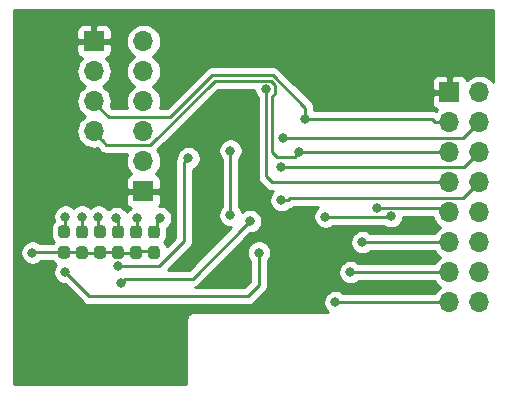
<source format=gbr>
G04 #@! TF.GenerationSoftware,KiCad,Pcbnew,(5.1.2)-2*
G04 #@! TF.CreationDate,2019-12-12T19:30:32+01:00*
G04 #@! TF.ProjectId,KernadouDomoPiloteDinCPU,4b65726e-6164-46f7-9544-6f6d6f50696c,rev?*
G04 #@! TF.SameCoordinates,Original*
G04 #@! TF.FileFunction,Copper,L2,Bot*
G04 #@! TF.FilePolarity,Positive*
%FSLAX46Y46*%
G04 Gerber Fmt 4.6, Leading zero omitted, Abs format (unit mm)*
G04 Created by KiCad (PCBNEW (5.1.2)-2) date 2019-12-12 19:30:32*
%MOMM*%
%LPD*%
G04 APERTURE LIST*
%ADD10C,0.100000*%
%ADD11C,0.950000*%
%ADD12O,1.700000X1.700000*%
%ADD13R,1.700000X1.700000*%
%ADD14C,0.800000*%
%ADD15C,0.250000*%
%ADD16C,0.254000*%
G04 APERTURE END LIST*
D10*
G36*
X95637779Y-87515144D02*
G01*
X95660834Y-87518563D01*
X95683443Y-87524227D01*
X95705387Y-87532079D01*
X95726457Y-87542044D01*
X95746448Y-87554026D01*
X95765168Y-87567910D01*
X95782438Y-87583562D01*
X95798090Y-87600832D01*
X95811974Y-87619552D01*
X95823956Y-87639543D01*
X95833921Y-87660613D01*
X95841773Y-87682557D01*
X95847437Y-87705166D01*
X95850856Y-87728221D01*
X95852000Y-87751500D01*
X95852000Y-88326500D01*
X95850856Y-88349779D01*
X95847437Y-88372834D01*
X95841773Y-88395443D01*
X95833921Y-88417387D01*
X95823956Y-88438457D01*
X95811974Y-88458448D01*
X95798090Y-88477168D01*
X95782438Y-88494438D01*
X95765168Y-88510090D01*
X95746448Y-88523974D01*
X95726457Y-88535956D01*
X95705387Y-88545921D01*
X95683443Y-88553773D01*
X95660834Y-88559437D01*
X95637779Y-88562856D01*
X95614500Y-88564000D01*
X95139500Y-88564000D01*
X95116221Y-88562856D01*
X95093166Y-88559437D01*
X95070557Y-88553773D01*
X95048613Y-88545921D01*
X95027543Y-88535956D01*
X95007552Y-88523974D01*
X94988832Y-88510090D01*
X94971562Y-88494438D01*
X94955910Y-88477168D01*
X94942026Y-88458448D01*
X94930044Y-88438457D01*
X94920079Y-88417387D01*
X94912227Y-88395443D01*
X94906563Y-88372834D01*
X94903144Y-88349779D01*
X94902000Y-88326500D01*
X94902000Y-87751500D01*
X94903144Y-87728221D01*
X94906563Y-87705166D01*
X94912227Y-87682557D01*
X94920079Y-87660613D01*
X94930044Y-87639543D01*
X94942026Y-87619552D01*
X94955910Y-87600832D01*
X94971562Y-87583562D01*
X94988832Y-87567910D01*
X95007552Y-87554026D01*
X95027543Y-87542044D01*
X95048613Y-87532079D01*
X95070557Y-87524227D01*
X95093166Y-87518563D01*
X95116221Y-87515144D01*
X95139500Y-87514000D01*
X95614500Y-87514000D01*
X95637779Y-87515144D01*
X95637779Y-87515144D01*
G37*
D11*
X95377000Y-88039000D03*
D10*
G36*
X95637779Y-89265144D02*
G01*
X95660834Y-89268563D01*
X95683443Y-89274227D01*
X95705387Y-89282079D01*
X95726457Y-89292044D01*
X95746448Y-89304026D01*
X95765168Y-89317910D01*
X95782438Y-89333562D01*
X95798090Y-89350832D01*
X95811974Y-89369552D01*
X95823956Y-89389543D01*
X95833921Y-89410613D01*
X95841773Y-89432557D01*
X95847437Y-89455166D01*
X95850856Y-89478221D01*
X95852000Y-89501500D01*
X95852000Y-90076500D01*
X95850856Y-90099779D01*
X95847437Y-90122834D01*
X95841773Y-90145443D01*
X95833921Y-90167387D01*
X95823956Y-90188457D01*
X95811974Y-90208448D01*
X95798090Y-90227168D01*
X95782438Y-90244438D01*
X95765168Y-90260090D01*
X95746448Y-90273974D01*
X95726457Y-90285956D01*
X95705387Y-90295921D01*
X95683443Y-90303773D01*
X95660834Y-90309437D01*
X95637779Y-90312856D01*
X95614500Y-90314000D01*
X95139500Y-90314000D01*
X95116221Y-90312856D01*
X95093166Y-90309437D01*
X95070557Y-90303773D01*
X95048613Y-90295921D01*
X95027543Y-90285956D01*
X95007552Y-90273974D01*
X94988832Y-90260090D01*
X94971562Y-90244438D01*
X94955910Y-90227168D01*
X94942026Y-90208448D01*
X94930044Y-90188457D01*
X94920079Y-90167387D01*
X94912227Y-90145443D01*
X94906563Y-90122834D01*
X94903144Y-90099779D01*
X94902000Y-90076500D01*
X94902000Y-89501500D01*
X94903144Y-89478221D01*
X94906563Y-89455166D01*
X94912227Y-89432557D01*
X94920079Y-89410613D01*
X94930044Y-89389543D01*
X94942026Y-89369552D01*
X94955910Y-89350832D01*
X94971562Y-89333562D01*
X94988832Y-89317910D01*
X95007552Y-89304026D01*
X95027543Y-89292044D01*
X95048613Y-89282079D01*
X95070557Y-89274227D01*
X95093166Y-89268563D01*
X95116221Y-89265144D01*
X95139500Y-89264000D01*
X95614500Y-89264000D01*
X95637779Y-89265144D01*
X95637779Y-89265144D01*
G37*
D11*
X95377000Y-89789000D03*
D10*
G36*
X94113779Y-87487144D02*
G01*
X94136834Y-87490563D01*
X94159443Y-87496227D01*
X94181387Y-87504079D01*
X94202457Y-87514044D01*
X94222448Y-87526026D01*
X94241168Y-87539910D01*
X94258438Y-87555562D01*
X94274090Y-87572832D01*
X94287974Y-87591552D01*
X94299956Y-87611543D01*
X94309921Y-87632613D01*
X94317773Y-87654557D01*
X94323437Y-87677166D01*
X94326856Y-87700221D01*
X94328000Y-87723500D01*
X94328000Y-88298500D01*
X94326856Y-88321779D01*
X94323437Y-88344834D01*
X94317773Y-88367443D01*
X94309921Y-88389387D01*
X94299956Y-88410457D01*
X94287974Y-88430448D01*
X94274090Y-88449168D01*
X94258438Y-88466438D01*
X94241168Y-88482090D01*
X94222448Y-88495974D01*
X94202457Y-88507956D01*
X94181387Y-88517921D01*
X94159443Y-88525773D01*
X94136834Y-88531437D01*
X94113779Y-88534856D01*
X94090500Y-88536000D01*
X93615500Y-88536000D01*
X93592221Y-88534856D01*
X93569166Y-88531437D01*
X93546557Y-88525773D01*
X93524613Y-88517921D01*
X93503543Y-88507956D01*
X93483552Y-88495974D01*
X93464832Y-88482090D01*
X93447562Y-88466438D01*
X93431910Y-88449168D01*
X93418026Y-88430448D01*
X93406044Y-88410457D01*
X93396079Y-88389387D01*
X93388227Y-88367443D01*
X93382563Y-88344834D01*
X93379144Y-88321779D01*
X93378000Y-88298500D01*
X93378000Y-87723500D01*
X93379144Y-87700221D01*
X93382563Y-87677166D01*
X93388227Y-87654557D01*
X93396079Y-87632613D01*
X93406044Y-87611543D01*
X93418026Y-87591552D01*
X93431910Y-87572832D01*
X93447562Y-87555562D01*
X93464832Y-87539910D01*
X93483552Y-87526026D01*
X93503543Y-87514044D01*
X93524613Y-87504079D01*
X93546557Y-87496227D01*
X93569166Y-87490563D01*
X93592221Y-87487144D01*
X93615500Y-87486000D01*
X94090500Y-87486000D01*
X94113779Y-87487144D01*
X94113779Y-87487144D01*
G37*
D11*
X93853000Y-88011000D03*
D10*
G36*
X94113779Y-89237144D02*
G01*
X94136834Y-89240563D01*
X94159443Y-89246227D01*
X94181387Y-89254079D01*
X94202457Y-89264044D01*
X94222448Y-89276026D01*
X94241168Y-89289910D01*
X94258438Y-89305562D01*
X94274090Y-89322832D01*
X94287974Y-89341552D01*
X94299956Y-89361543D01*
X94309921Y-89382613D01*
X94317773Y-89404557D01*
X94323437Y-89427166D01*
X94326856Y-89450221D01*
X94328000Y-89473500D01*
X94328000Y-90048500D01*
X94326856Y-90071779D01*
X94323437Y-90094834D01*
X94317773Y-90117443D01*
X94309921Y-90139387D01*
X94299956Y-90160457D01*
X94287974Y-90180448D01*
X94274090Y-90199168D01*
X94258438Y-90216438D01*
X94241168Y-90232090D01*
X94222448Y-90245974D01*
X94202457Y-90257956D01*
X94181387Y-90267921D01*
X94159443Y-90275773D01*
X94136834Y-90281437D01*
X94113779Y-90284856D01*
X94090500Y-90286000D01*
X93615500Y-90286000D01*
X93592221Y-90284856D01*
X93569166Y-90281437D01*
X93546557Y-90275773D01*
X93524613Y-90267921D01*
X93503543Y-90257956D01*
X93483552Y-90245974D01*
X93464832Y-90232090D01*
X93447562Y-90216438D01*
X93431910Y-90199168D01*
X93418026Y-90180448D01*
X93406044Y-90160457D01*
X93396079Y-90139387D01*
X93388227Y-90117443D01*
X93382563Y-90094834D01*
X93379144Y-90071779D01*
X93378000Y-90048500D01*
X93378000Y-89473500D01*
X93379144Y-89450221D01*
X93382563Y-89427166D01*
X93388227Y-89404557D01*
X93396079Y-89382613D01*
X93406044Y-89361543D01*
X93418026Y-89341552D01*
X93431910Y-89322832D01*
X93447562Y-89305562D01*
X93464832Y-89289910D01*
X93483552Y-89276026D01*
X93503543Y-89264044D01*
X93524613Y-89254079D01*
X93546557Y-89246227D01*
X93569166Y-89240563D01*
X93592221Y-89237144D01*
X93615500Y-89236000D01*
X94090500Y-89236000D01*
X94113779Y-89237144D01*
X94113779Y-89237144D01*
G37*
D11*
X93853000Y-89761000D03*
D10*
G36*
X101733779Y-87501144D02*
G01*
X101756834Y-87504563D01*
X101779443Y-87510227D01*
X101801387Y-87518079D01*
X101822457Y-87528044D01*
X101842448Y-87540026D01*
X101861168Y-87553910D01*
X101878438Y-87569562D01*
X101894090Y-87586832D01*
X101907974Y-87605552D01*
X101919956Y-87625543D01*
X101929921Y-87646613D01*
X101937773Y-87668557D01*
X101943437Y-87691166D01*
X101946856Y-87714221D01*
X101948000Y-87737500D01*
X101948000Y-88312500D01*
X101946856Y-88335779D01*
X101943437Y-88358834D01*
X101937773Y-88381443D01*
X101929921Y-88403387D01*
X101919956Y-88424457D01*
X101907974Y-88444448D01*
X101894090Y-88463168D01*
X101878438Y-88480438D01*
X101861168Y-88496090D01*
X101842448Y-88509974D01*
X101822457Y-88521956D01*
X101801387Y-88531921D01*
X101779443Y-88539773D01*
X101756834Y-88545437D01*
X101733779Y-88548856D01*
X101710500Y-88550000D01*
X101235500Y-88550000D01*
X101212221Y-88548856D01*
X101189166Y-88545437D01*
X101166557Y-88539773D01*
X101144613Y-88531921D01*
X101123543Y-88521956D01*
X101103552Y-88509974D01*
X101084832Y-88496090D01*
X101067562Y-88480438D01*
X101051910Y-88463168D01*
X101038026Y-88444448D01*
X101026044Y-88424457D01*
X101016079Y-88403387D01*
X101008227Y-88381443D01*
X101002563Y-88358834D01*
X100999144Y-88335779D01*
X100998000Y-88312500D01*
X100998000Y-87737500D01*
X100999144Y-87714221D01*
X101002563Y-87691166D01*
X101008227Y-87668557D01*
X101016079Y-87646613D01*
X101026044Y-87625543D01*
X101038026Y-87605552D01*
X101051910Y-87586832D01*
X101067562Y-87569562D01*
X101084832Y-87553910D01*
X101103552Y-87540026D01*
X101123543Y-87528044D01*
X101144613Y-87518079D01*
X101166557Y-87510227D01*
X101189166Y-87504563D01*
X101212221Y-87501144D01*
X101235500Y-87500000D01*
X101710500Y-87500000D01*
X101733779Y-87501144D01*
X101733779Y-87501144D01*
G37*
D11*
X101473000Y-88025000D03*
D10*
G36*
X101733779Y-89251144D02*
G01*
X101756834Y-89254563D01*
X101779443Y-89260227D01*
X101801387Y-89268079D01*
X101822457Y-89278044D01*
X101842448Y-89290026D01*
X101861168Y-89303910D01*
X101878438Y-89319562D01*
X101894090Y-89336832D01*
X101907974Y-89355552D01*
X101919956Y-89375543D01*
X101929921Y-89396613D01*
X101937773Y-89418557D01*
X101943437Y-89441166D01*
X101946856Y-89464221D01*
X101948000Y-89487500D01*
X101948000Y-90062500D01*
X101946856Y-90085779D01*
X101943437Y-90108834D01*
X101937773Y-90131443D01*
X101929921Y-90153387D01*
X101919956Y-90174457D01*
X101907974Y-90194448D01*
X101894090Y-90213168D01*
X101878438Y-90230438D01*
X101861168Y-90246090D01*
X101842448Y-90259974D01*
X101822457Y-90271956D01*
X101801387Y-90281921D01*
X101779443Y-90289773D01*
X101756834Y-90295437D01*
X101733779Y-90298856D01*
X101710500Y-90300000D01*
X101235500Y-90300000D01*
X101212221Y-90298856D01*
X101189166Y-90295437D01*
X101166557Y-90289773D01*
X101144613Y-90281921D01*
X101123543Y-90271956D01*
X101103552Y-90259974D01*
X101084832Y-90246090D01*
X101067562Y-90230438D01*
X101051910Y-90213168D01*
X101038026Y-90194448D01*
X101026044Y-90174457D01*
X101016079Y-90153387D01*
X101008227Y-90131443D01*
X101002563Y-90108834D01*
X100999144Y-90085779D01*
X100998000Y-90062500D01*
X100998000Y-89487500D01*
X100999144Y-89464221D01*
X101002563Y-89441166D01*
X101008227Y-89418557D01*
X101016079Y-89396613D01*
X101026044Y-89375543D01*
X101038026Y-89355552D01*
X101051910Y-89336832D01*
X101067562Y-89319562D01*
X101084832Y-89303910D01*
X101103552Y-89290026D01*
X101123543Y-89278044D01*
X101144613Y-89268079D01*
X101166557Y-89260227D01*
X101189166Y-89254563D01*
X101212221Y-89251144D01*
X101235500Y-89250000D01*
X101710500Y-89250000D01*
X101733779Y-89251144D01*
X101733779Y-89251144D01*
G37*
D11*
X101473000Y-89775000D03*
D10*
G36*
X97161779Y-87487144D02*
G01*
X97184834Y-87490563D01*
X97207443Y-87496227D01*
X97229387Y-87504079D01*
X97250457Y-87514044D01*
X97270448Y-87526026D01*
X97289168Y-87539910D01*
X97306438Y-87555562D01*
X97322090Y-87572832D01*
X97335974Y-87591552D01*
X97347956Y-87611543D01*
X97357921Y-87632613D01*
X97365773Y-87654557D01*
X97371437Y-87677166D01*
X97374856Y-87700221D01*
X97376000Y-87723500D01*
X97376000Y-88298500D01*
X97374856Y-88321779D01*
X97371437Y-88344834D01*
X97365773Y-88367443D01*
X97357921Y-88389387D01*
X97347956Y-88410457D01*
X97335974Y-88430448D01*
X97322090Y-88449168D01*
X97306438Y-88466438D01*
X97289168Y-88482090D01*
X97270448Y-88495974D01*
X97250457Y-88507956D01*
X97229387Y-88517921D01*
X97207443Y-88525773D01*
X97184834Y-88531437D01*
X97161779Y-88534856D01*
X97138500Y-88536000D01*
X96663500Y-88536000D01*
X96640221Y-88534856D01*
X96617166Y-88531437D01*
X96594557Y-88525773D01*
X96572613Y-88517921D01*
X96551543Y-88507956D01*
X96531552Y-88495974D01*
X96512832Y-88482090D01*
X96495562Y-88466438D01*
X96479910Y-88449168D01*
X96466026Y-88430448D01*
X96454044Y-88410457D01*
X96444079Y-88389387D01*
X96436227Y-88367443D01*
X96430563Y-88344834D01*
X96427144Y-88321779D01*
X96426000Y-88298500D01*
X96426000Y-87723500D01*
X96427144Y-87700221D01*
X96430563Y-87677166D01*
X96436227Y-87654557D01*
X96444079Y-87632613D01*
X96454044Y-87611543D01*
X96466026Y-87591552D01*
X96479910Y-87572832D01*
X96495562Y-87555562D01*
X96512832Y-87539910D01*
X96531552Y-87526026D01*
X96551543Y-87514044D01*
X96572613Y-87504079D01*
X96594557Y-87496227D01*
X96617166Y-87490563D01*
X96640221Y-87487144D01*
X96663500Y-87486000D01*
X97138500Y-87486000D01*
X97161779Y-87487144D01*
X97161779Y-87487144D01*
G37*
D11*
X96901000Y-88011000D03*
D10*
G36*
X97161779Y-89237144D02*
G01*
X97184834Y-89240563D01*
X97207443Y-89246227D01*
X97229387Y-89254079D01*
X97250457Y-89264044D01*
X97270448Y-89276026D01*
X97289168Y-89289910D01*
X97306438Y-89305562D01*
X97322090Y-89322832D01*
X97335974Y-89341552D01*
X97347956Y-89361543D01*
X97357921Y-89382613D01*
X97365773Y-89404557D01*
X97371437Y-89427166D01*
X97374856Y-89450221D01*
X97376000Y-89473500D01*
X97376000Y-90048500D01*
X97374856Y-90071779D01*
X97371437Y-90094834D01*
X97365773Y-90117443D01*
X97357921Y-90139387D01*
X97347956Y-90160457D01*
X97335974Y-90180448D01*
X97322090Y-90199168D01*
X97306438Y-90216438D01*
X97289168Y-90232090D01*
X97270448Y-90245974D01*
X97250457Y-90257956D01*
X97229387Y-90267921D01*
X97207443Y-90275773D01*
X97184834Y-90281437D01*
X97161779Y-90284856D01*
X97138500Y-90286000D01*
X96663500Y-90286000D01*
X96640221Y-90284856D01*
X96617166Y-90281437D01*
X96594557Y-90275773D01*
X96572613Y-90267921D01*
X96551543Y-90257956D01*
X96531552Y-90245974D01*
X96512832Y-90232090D01*
X96495562Y-90216438D01*
X96479910Y-90199168D01*
X96466026Y-90180448D01*
X96454044Y-90160457D01*
X96444079Y-90139387D01*
X96436227Y-90117443D01*
X96430563Y-90094834D01*
X96427144Y-90071779D01*
X96426000Y-90048500D01*
X96426000Y-89473500D01*
X96427144Y-89450221D01*
X96430563Y-89427166D01*
X96436227Y-89404557D01*
X96444079Y-89382613D01*
X96454044Y-89361543D01*
X96466026Y-89341552D01*
X96479910Y-89322832D01*
X96495562Y-89305562D01*
X96512832Y-89289910D01*
X96531552Y-89276026D01*
X96551543Y-89264044D01*
X96572613Y-89254079D01*
X96594557Y-89246227D01*
X96617166Y-89240563D01*
X96640221Y-89237144D01*
X96663500Y-89236000D01*
X97138500Y-89236000D01*
X97161779Y-89237144D01*
X97161779Y-89237144D01*
G37*
D11*
X96901000Y-89761000D03*
D10*
G36*
X98685779Y-87501144D02*
G01*
X98708834Y-87504563D01*
X98731443Y-87510227D01*
X98753387Y-87518079D01*
X98774457Y-87528044D01*
X98794448Y-87540026D01*
X98813168Y-87553910D01*
X98830438Y-87569562D01*
X98846090Y-87586832D01*
X98859974Y-87605552D01*
X98871956Y-87625543D01*
X98881921Y-87646613D01*
X98889773Y-87668557D01*
X98895437Y-87691166D01*
X98898856Y-87714221D01*
X98900000Y-87737500D01*
X98900000Y-88312500D01*
X98898856Y-88335779D01*
X98895437Y-88358834D01*
X98889773Y-88381443D01*
X98881921Y-88403387D01*
X98871956Y-88424457D01*
X98859974Y-88444448D01*
X98846090Y-88463168D01*
X98830438Y-88480438D01*
X98813168Y-88496090D01*
X98794448Y-88509974D01*
X98774457Y-88521956D01*
X98753387Y-88531921D01*
X98731443Y-88539773D01*
X98708834Y-88545437D01*
X98685779Y-88548856D01*
X98662500Y-88550000D01*
X98187500Y-88550000D01*
X98164221Y-88548856D01*
X98141166Y-88545437D01*
X98118557Y-88539773D01*
X98096613Y-88531921D01*
X98075543Y-88521956D01*
X98055552Y-88509974D01*
X98036832Y-88496090D01*
X98019562Y-88480438D01*
X98003910Y-88463168D01*
X97990026Y-88444448D01*
X97978044Y-88424457D01*
X97968079Y-88403387D01*
X97960227Y-88381443D01*
X97954563Y-88358834D01*
X97951144Y-88335779D01*
X97950000Y-88312500D01*
X97950000Y-87737500D01*
X97951144Y-87714221D01*
X97954563Y-87691166D01*
X97960227Y-87668557D01*
X97968079Y-87646613D01*
X97978044Y-87625543D01*
X97990026Y-87605552D01*
X98003910Y-87586832D01*
X98019562Y-87569562D01*
X98036832Y-87553910D01*
X98055552Y-87540026D01*
X98075543Y-87528044D01*
X98096613Y-87518079D01*
X98118557Y-87510227D01*
X98141166Y-87504563D01*
X98164221Y-87501144D01*
X98187500Y-87500000D01*
X98662500Y-87500000D01*
X98685779Y-87501144D01*
X98685779Y-87501144D01*
G37*
D11*
X98425000Y-88025000D03*
D10*
G36*
X98685779Y-89251144D02*
G01*
X98708834Y-89254563D01*
X98731443Y-89260227D01*
X98753387Y-89268079D01*
X98774457Y-89278044D01*
X98794448Y-89290026D01*
X98813168Y-89303910D01*
X98830438Y-89319562D01*
X98846090Y-89336832D01*
X98859974Y-89355552D01*
X98871956Y-89375543D01*
X98881921Y-89396613D01*
X98889773Y-89418557D01*
X98895437Y-89441166D01*
X98898856Y-89464221D01*
X98900000Y-89487500D01*
X98900000Y-90062500D01*
X98898856Y-90085779D01*
X98895437Y-90108834D01*
X98889773Y-90131443D01*
X98881921Y-90153387D01*
X98871956Y-90174457D01*
X98859974Y-90194448D01*
X98846090Y-90213168D01*
X98830438Y-90230438D01*
X98813168Y-90246090D01*
X98794448Y-90259974D01*
X98774457Y-90271956D01*
X98753387Y-90281921D01*
X98731443Y-90289773D01*
X98708834Y-90295437D01*
X98685779Y-90298856D01*
X98662500Y-90300000D01*
X98187500Y-90300000D01*
X98164221Y-90298856D01*
X98141166Y-90295437D01*
X98118557Y-90289773D01*
X98096613Y-90281921D01*
X98075543Y-90271956D01*
X98055552Y-90259974D01*
X98036832Y-90246090D01*
X98019562Y-90230438D01*
X98003910Y-90213168D01*
X97990026Y-90194448D01*
X97978044Y-90174457D01*
X97968079Y-90153387D01*
X97960227Y-90131443D01*
X97954563Y-90108834D01*
X97951144Y-90085779D01*
X97950000Y-90062500D01*
X97950000Y-89487500D01*
X97951144Y-89464221D01*
X97954563Y-89441166D01*
X97960227Y-89418557D01*
X97968079Y-89396613D01*
X97978044Y-89375543D01*
X97990026Y-89355552D01*
X98003910Y-89336832D01*
X98019562Y-89319562D01*
X98036832Y-89303910D01*
X98055552Y-89290026D01*
X98075543Y-89278044D01*
X98096613Y-89268079D01*
X98118557Y-89260227D01*
X98141166Y-89254563D01*
X98164221Y-89251144D01*
X98187500Y-89250000D01*
X98662500Y-89250000D01*
X98685779Y-89251144D01*
X98685779Y-89251144D01*
G37*
D11*
X98425000Y-89775000D03*
D10*
G36*
X100209779Y-87501144D02*
G01*
X100232834Y-87504563D01*
X100255443Y-87510227D01*
X100277387Y-87518079D01*
X100298457Y-87528044D01*
X100318448Y-87540026D01*
X100337168Y-87553910D01*
X100354438Y-87569562D01*
X100370090Y-87586832D01*
X100383974Y-87605552D01*
X100395956Y-87625543D01*
X100405921Y-87646613D01*
X100413773Y-87668557D01*
X100419437Y-87691166D01*
X100422856Y-87714221D01*
X100424000Y-87737500D01*
X100424000Y-88312500D01*
X100422856Y-88335779D01*
X100419437Y-88358834D01*
X100413773Y-88381443D01*
X100405921Y-88403387D01*
X100395956Y-88424457D01*
X100383974Y-88444448D01*
X100370090Y-88463168D01*
X100354438Y-88480438D01*
X100337168Y-88496090D01*
X100318448Y-88509974D01*
X100298457Y-88521956D01*
X100277387Y-88531921D01*
X100255443Y-88539773D01*
X100232834Y-88545437D01*
X100209779Y-88548856D01*
X100186500Y-88550000D01*
X99711500Y-88550000D01*
X99688221Y-88548856D01*
X99665166Y-88545437D01*
X99642557Y-88539773D01*
X99620613Y-88531921D01*
X99599543Y-88521956D01*
X99579552Y-88509974D01*
X99560832Y-88496090D01*
X99543562Y-88480438D01*
X99527910Y-88463168D01*
X99514026Y-88444448D01*
X99502044Y-88424457D01*
X99492079Y-88403387D01*
X99484227Y-88381443D01*
X99478563Y-88358834D01*
X99475144Y-88335779D01*
X99474000Y-88312500D01*
X99474000Y-87737500D01*
X99475144Y-87714221D01*
X99478563Y-87691166D01*
X99484227Y-87668557D01*
X99492079Y-87646613D01*
X99502044Y-87625543D01*
X99514026Y-87605552D01*
X99527910Y-87586832D01*
X99543562Y-87569562D01*
X99560832Y-87553910D01*
X99579552Y-87540026D01*
X99599543Y-87528044D01*
X99620613Y-87518079D01*
X99642557Y-87510227D01*
X99665166Y-87504563D01*
X99688221Y-87501144D01*
X99711500Y-87500000D01*
X100186500Y-87500000D01*
X100209779Y-87501144D01*
X100209779Y-87501144D01*
G37*
D11*
X99949000Y-88025000D03*
D10*
G36*
X100209779Y-89251144D02*
G01*
X100232834Y-89254563D01*
X100255443Y-89260227D01*
X100277387Y-89268079D01*
X100298457Y-89278044D01*
X100318448Y-89290026D01*
X100337168Y-89303910D01*
X100354438Y-89319562D01*
X100370090Y-89336832D01*
X100383974Y-89355552D01*
X100395956Y-89375543D01*
X100405921Y-89396613D01*
X100413773Y-89418557D01*
X100419437Y-89441166D01*
X100422856Y-89464221D01*
X100424000Y-89487500D01*
X100424000Y-90062500D01*
X100422856Y-90085779D01*
X100419437Y-90108834D01*
X100413773Y-90131443D01*
X100405921Y-90153387D01*
X100395956Y-90174457D01*
X100383974Y-90194448D01*
X100370090Y-90213168D01*
X100354438Y-90230438D01*
X100337168Y-90246090D01*
X100318448Y-90259974D01*
X100298457Y-90271956D01*
X100277387Y-90281921D01*
X100255443Y-90289773D01*
X100232834Y-90295437D01*
X100209779Y-90298856D01*
X100186500Y-90300000D01*
X99711500Y-90300000D01*
X99688221Y-90298856D01*
X99665166Y-90295437D01*
X99642557Y-90289773D01*
X99620613Y-90281921D01*
X99599543Y-90271956D01*
X99579552Y-90259974D01*
X99560832Y-90246090D01*
X99543562Y-90230438D01*
X99527910Y-90213168D01*
X99514026Y-90194448D01*
X99502044Y-90174457D01*
X99492079Y-90153387D01*
X99484227Y-90131443D01*
X99478563Y-90108834D01*
X99475144Y-90085779D01*
X99474000Y-90062500D01*
X99474000Y-89487500D01*
X99475144Y-89464221D01*
X99478563Y-89441166D01*
X99484227Y-89418557D01*
X99492079Y-89396613D01*
X99502044Y-89375543D01*
X99514026Y-89355552D01*
X99527910Y-89336832D01*
X99543562Y-89319562D01*
X99560832Y-89303910D01*
X99579552Y-89290026D01*
X99599543Y-89278044D01*
X99620613Y-89268079D01*
X99642557Y-89260227D01*
X99665166Y-89254563D01*
X99688221Y-89251144D01*
X99711500Y-89250000D01*
X100186500Y-89250000D01*
X100209779Y-89251144D01*
X100209779Y-89251144D01*
G37*
D11*
X99949000Y-89775000D03*
D12*
X96393000Y-79502000D03*
X96393000Y-76962000D03*
X96393000Y-74422000D03*
D13*
X96393000Y-71882000D03*
X100584000Y-84582000D03*
D12*
X100584000Y-82042000D03*
X100584000Y-79502000D03*
X100584000Y-76962000D03*
X100584000Y-74422000D03*
X100584000Y-71882000D03*
D13*
X126492000Y-76200000D03*
D12*
X129032000Y-76200000D03*
X126492000Y-78740000D03*
X129032000Y-78740000D03*
X126492000Y-81280000D03*
X129032000Y-81280000D03*
X126492000Y-83820000D03*
X129032000Y-83820000D03*
X126492000Y-86360000D03*
X129032000Y-86360000D03*
X126492000Y-88900000D03*
X129032000Y-88900000D03*
X126492000Y-91440000D03*
X129032000Y-91440000D03*
X126492000Y-93980000D03*
X129032000Y-93980000D03*
D14*
X91186000Y-89789000D03*
X126746000Y-71120000D03*
X126746000Y-71120000D03*
X129286000Y-71120000D03*
X129286000Y-73660000D03*
X126746000Y-73660000D03*
X90932000Y-70358000D03*
X92964000Y-70358000D03*
X90932000Y-72644000D03*
X92964000Y-72644000D03*
X121666000Y-74422000D03*
X121666000Y-75692000D03*
X115570000Y-74676000D03*
X115570000Y-75946000D03*
X118618000Y-92964000D03*
X120904000Y-92964000D03*
X112014000Y-91440000D03*
X114300000Y-91440000D03*
X95250000Y-97282000D03*
X103378000Y-100330000D03*
X103378000Y-98552000D03*
X103378000Y-98552000D03*
X95250000Y-95250000D03*
X91440000Y-99060000D03*
X91440000Y-99060000D03*
X93091000Y-100076000D03*
X93091000Y-100076000D03*
X109601000Y-87122000D03*
X98641000Y-92382001D03*
X120396000Y-85979000D03*
X119126000Y-88900000D03*
X118110000Y-91440000D03*
X116840000Y-93980000D03*
X114300000Y-78486000D03*
X113792000Y-81280000D03*
X110998000Y-75946000D03*
X112362999Y-80104999D03*
X112268000Y-82550000D03*
X112268000Y-85344000D03*
X107950000Y-86614000D03*
X107950000Y-81153000D03*
X104394000Y-81788000D03*
X98425000Y-90932000D03*
X93980000Y-91440000D03*
X110363000Y-89789000D03*
X100076000Y-86868000D03*
X96774000Y-86741000D03*
X93980000Y-86741000D03*
X98298000Y-86868000D03*
X101981000Y-86868000D03*
X95377000Y-86741000D03*
X121539000Y-86704000D03*
X115988000Y-86741000D03*
D15*
X96929000Y-89789000D02*
X96901000Y-89761000D01*
X95349000Y-89761000D02*
X95377000Y-89789000D01*
X93853000Y-89761000D02*
X95349000Y-89761000D01*
X96873000Y-89789000D02*
X96901000Y-89761000D01*
X95377000Y-89789000D02*
X96873000Y-89789000D01*
X98397000Y-89761000D02*
X98425000Y-89789000D01*
X96901000Y-89761000D02*
X98397000Y-89761000D01*
X99822000Y-89789000D02*
X99949000Y-89662000D01*
X98425000Y-89789000D02*
X99822000Y-89789000D01*
X101614000Y-89662000D02*
X101727000Y-89775000D01*
X99949000Y-89662000D02*
X101614000Y-89662000D01*
X91214000Y-89761000D02*
X91186000Y-89789000D01*
X93853000Y-89761000D02*
X91214000Y-89761000D01*
X109201001Y-87521999D02*
X109601000Y-87122000D01*
X104740998Y-91982002D02*
X109201001Y-87521999D01*
X99040999Y-91982002D02*
X104740998Y-91982002D01*
X98641000Y-92382001D02*
X99040999Y-91982002D01*
X126111000Y-85979000D02*
X126492000Y-86360000D01*
X120396000Y-85979000D02*
X126111000Y-85979000D01*
X119126000Y-88900000D02*
X126492000Y-88900000D01*
X118110000Y-91440000D02*
X126492000Y-91440000D01*
X116840000Y-93980000D02*
X126492000Y-93980000D01*
X125289919Y-78740000D02*
X125035919Y-78486000D01*
X126492000Y-78740000D02*
X125289919Y-78740000D01*
X125035919Y-78486000D02*
X114300000Y-78486000D01*
X114300000Y-77920315D02*
X114300000Y-78486000D01*
X114300000Y-77538588D02*
X114300000Y-77920315D01*
X111532402Y-74770990D02*
X114300000Y-77538588D01*
X106417603Y-74770989D02*
X111532402Y-74770990D01*
X102861593Y-78326999D02*
X106417603Y-74770989D01*
X97630999Y-78326999D02*
X102861593Y-78326999D01*
X96266000Y-76962000D02*
X97630999Y-78326999D01*
X126492000Y-81280000D02*
X113792000Y-81280000D01*
X97441001Y-80677001D02*
X97115999Y-80351999D01*
X101148001Y-80677001D02*
X97441001Y-80677001D01*
X111346001Y-75220999D02*
X106604003Y-75220999D01*
X111723001Y-75597999D02*
X111346001Y-75220999D01*
X111448010Y-76568992D02*
X111723001Y-76294001D01*
X111448010Y-81280000D02*
X111448010Y-76568992D01*
X111848009Y-81679999D02*
X111448010Y-81280000D01*
X106604003Y-75220999D02*
X101148001Y-80677001D01*
X111723001Y-76294001D02*
X111723001Y-75597999D01*
X113392001Y-81679999D02*
X111848009Y-81679999D01*
X97115999Y-80351999D02*
X96266000Y-79502000D01*
X113792000Y-81280000D02*
X113392001Y-81679999D01*
X126492000Y-83820000D02*
X111506000Y-83820000D01*
X110998000Y-83312000D02*
X110998000Y-75946000D01*
X111506000Y-83820000D02*
X110998000Y-83312000D01*
X127667001Y-80104999D02*
X112362999Y-80104999D01*
X129032000Y-78740000D02*
X127667001Y-80104999D01*
X127762000Y-82550000D02*
X112268000Y-82550000D01*
X129032000Y-81280000D02*
X127762000Y-82550000D01*
X129032000Y-83820000D02*
X127667001Y-85184999D01*
X112992686Y-85184999D02*
X127667001Y-85184999D01*
X112833685Y-85344000D02*
X112992686Y-85184999D01*
X112268000Y-85344000D02*
X112833685Y-85344000D01*
X107950000Y-86614000D02*
X107950000Y-81153000D01*
X104394000Y-81788000D02*
X103994001Y-82187999D01*
X103994001Y-82187999D02*
X103994001Y-85743999D01*
X103994001Y-88828509D02*
X102144510Y-90678000D01*
X103994001Y-85743999D02*
X103994001Y-88828509D01*
X98171000Y-90678000D02*
X98425000Y-90932000D01*
X101890510Y-90932000D02*
X103994001Y-88828509D01*
X98425000Y-90932000D02*
X101890510Y-90932000D01*
X94379999Y-91839999D02*
X93980000Y-91440000D01*
X96012000Y-93472000D02*
X94379999Y-91839999D01*
X109441001Y-93472000D02*
X96012000Y-93472000D01*
X110363000Y-92550001D02*
X109441001Y-93472000D01*
X110363000Y-89789000D02*
X110363000Y-92550001D01*
X100076000Y-87785000D02*
X99949000Y-87912000D01*
X100076000Y-86868000D02*
X100076000Y-87785000D01*
X96774000Y-87884000D02*
X96901000Y-88011000D01*
X96774000Y-86741000D02*
X96774000Y-87884000D01*
X93980000Y-87884000D02*
X93853000Y-88011000D01*
X93980000Y-86741000D02*
X93980000Y-87884000D01*
X98425000Y-88039000D02*
X98425000Y-86995000D01*
X98425000Y-86995000D02*
X98298000Y-86868000D01*
X101727000Y-88025000D02*
X101727000Y-87122000D01*
X101727000Y-87122000D02*
X101981000Y-86868000D01*
X95377000Y-88039000D02*
X95377000Y-86741000D01*
X121502000Y-86741000D02*
X121539000Y-86704000D01*
X115988000Y-86741000D02*
X121502000Y-86741000D01*
D16*
G36*
X130215000Y-75300671D02*
G01*
X130087134Y-75144866D01*
X129861014Y-74959294D01*
X129603034Y-74821401D01*
X129323111Y-74736487D01*
X129104950Y-74715000D01*
X128959050Y-74715000D01*
X128740889Y-74736487D01*
X128460966Y-74821401D01*
X128202986Y-74959294D01*
X127976866Y-75144866D01*
X127952393Y-75174687D01*
X127931502Y-75105820D01*
X127872537Y-74995506D01*
X127793185Y-74898815D01*
X127696494Y-74819463D01*
X127586180Y-74760498D01*
X127466482Y-74724188D01*
X127342000Y-74711928D01*
X126777750Y-74715000D01*
X126619000Y-74873750D01*
X126619000Y-76073000D01*
X126639000Y-76073000D01*
X126639000Y-76327000D01*
X126619000Y-76327000D01*
X126619000Y-76347000D01*
X126365000Y-76347000D01*
X126365000Y-76327000D01*
X125165750Y-76327000D01*
X125007000Y-76485750D01*
X125003928Y-77050000D01*
X125016188Y-77174482D01*
X125052498Y-77294180D01*
X125111463Y-77404494D01*
X125190815Y-77501185D01*
X125287506Y-77580537D01*
X125397820Y-77639502D01*
X125466687Y-77660393D01*
X125436866Y-77684866D01*
X125349194Y-77791694D01*
X125328166Y-77780454D01*
X125184905Y-77736997D01*
X125073252Y-77726000D01*
X125073241Y-77726000D01*
X125035919Y-77722324D01*
X124998597Y-77726000D01*
X115060000Y-77726000D01*
X115060000Y-77575921D01*
X115063677Y-77538588D01*
X115049003Y-77389602D01*
X115005546Y-77246341D01*
X114934974Y-77114312D01*
X114863799Y-77027585D01*
X114840001Y-76998587D01*
X114811004Y-76974790D01*
X113186214Y-75350000D01*
X125003928Y-75350000D01*
X125007000Y-75914250D01*
X125165750Y-76073000D01*
X126365000Y-76073000D01*
X126365000Y-74873750D01*
X126206250Y-74715000D01*
X125642000Y-74711928D01*
X125517518Y-74724188D01*
X125397820Y-74760498D01*
X125287506Y-74819463D01*
X125190815Y-74898815D01*
X125111463Y-74995506D01*
X125052498Y-75105820D01*
X125016188Y-75225518D01*
X125003928Y-75350000D01*
X113186214Y-75350000D01*
X112096201Y-74259988D01*
X112072403Y-74230990D01*
X112043403Y-74207190D01*
X111956678Y-74136016D01*
X111824648Y-74065444D01*
X111724844Y-74035170D01*
X111681388Y-74021988D01*
X111569735Y-74010991D01*
X111532402Y-74007314D01*
X111495070Y-74010991D01*
X106454936Y-74010989D01*
X106417603Y-74007312D01*
X106268617Y-74021986D01*
X106125356Y-74065443D01*
X105993327Y-74136015D01*
X105906600Y-74207190D01*
X105906596Y-74207194D01*
X105877603Y-74230988D01*
X105853809Y-74259981D01*
X102546792Y-77566999D01*
X101944444Y-77566999D01*
X101962599Y-77533034D01*
X102047513Y-77253111D01*
X102076185Y-76962000D01*
X102047513Y-76670889D01*
X101962599Y-76390966D01*
X101824706Y-76132986D01*
X101639134Y-75906866D01*
X101413014Y-75721294D01*
X101358209Y-75692000D01*
X101413014Y-75662706D01*
X101639134Y-75477134D01*
X101824706Y-75251014D01*
X101962599Y-74993034D01*
X102047513Y-74713111D01*
X102076185Y-74422000D01*
X102047513Y-74130889D01*
X101962599Y-73850966D01*
X101824706Y-73592986D01*
X101639134Y-73366866D01*
X101413014Y-73181294D01*
X101358209Y-73152000D01*
X101413014Y-73122706D01*
X101639134Y-72937134D01*
X101824706Y-72711014D01*
X101962599Y-72453034D01*
X102047513Y-72173111D01*
X102076185Y-71882000D01*
X102047513Y-71590889D01*
X101962599Y-71310966D01*
X101824706Y-71052986D01*
X101639134Y-70826866D01*
X101413014Y-70641294D01*
X101155034Y-70503401D01*
X100875111Y-70418487D01*
X100656950Y-70397000D01*
X100511050Y-70397000D01*
X100292889Y-70418487D01*
X100012966Y-70503401D01*
X99754986Y-70641294D01*
X99528866Y-70826866D01*
X99343294Y-71052986D01*
X99205401Y-71310966D01*
X99120487Y-71590889D01*
X99091815Y-71882000D01*
X99120487Y-72173111D01*
X99205401Y-72453034D01*
X99343294Y-72711014D01*
X99528866Y-72937134D01*
X99754986Y-73122706D01*
X99809791Y-73152000D01*
X99754986Y-73181294D01*
X99528866Y-73366866D01*
X99343294Y-73592986D01*
X99205401Y-73850966D01*
X99120487Y-74130889D01*
X99091815Y-74422000D01*
X99120487Y-74713111D01*
X99205401Y-74993034D01*
X99343294Y-75251014D01*
X99528866Y-75477134D01*
X99754986Y-75662706D01*
X99809791Y-75692000D01*
X99754986Y-75721294D01*
X99528866Y-75906866D01*
X99343294Y-76132986D01*
X99205401Y-76390966D01*
X99120487Y-76670889D01*
X99091815Y-76962000D01*
X99120487Y-77253111D01*
X99205401Y-77533034D01*
X99223556Y-77566999D01*
X97945801Y-77566999D01*
X97804238Y-77425437D01*
X97856513Y-77253111D01*
X97885185Y-76962000D01*
X97856513Y-76670889D01*
X97771599Y-76390966D01*
X97633706Y-76132986D01*
X97448134Y-75906866D01*
X97222014Y-75721294D01*
X97167209Y-75692000D01*
X97222014Y-75662706D01*
X97448134Y-75477134D01*
X97633706Y-75251014D01*
X97771599Y-74993034D01*
X97856513Y-74713111D01*
X97885185Y-74422000D01*
X97856513Y-74130889D01*
X97771599Y-73850966D01*
X97633706Y-73592986D01*
X97448134Y-73366866D01*
X97418313Y-73342393D01*
X97487180Y-73321502D01*
X97597494Y-73262537D01*
X97694185Y-73183185D01*
X97773537Y-73086494D01*
X97832502Y-72976180D01*
X97868812Y-72856482D01*
X97881072Y-72732000D01*
X97878000Y-72167750D01*
X97719250Y-72009000D01*
X96520000Y-72009000D01*
X96520000Y-72029000D01*
X96266000Y-72029000D01*
X96266000Y-72009000D01*
X95066750Y-72009000D01*
X94908000Y-72167750D01*
X94904928Y-72732000D01*
X94917188Y-72856482D01*
X94953498Y-72976180D01*
X95012463Y-73086494D01*
X95091815Y-73183185D01*
X95188506Y-73262537D01*
X95298820Y-73321502D01*
X95367687Y-73342393D01*
X95337866Y-73366866D01*
X95152294Y-73592986D01*
X95014401Y-73850966D01*
X94929487Y-74130889D01*
X94900815Y-74422000D01*
X94929487Y-74713111D01*
X95014401Y-74993034D01*
X95152294Y-75251014D01*
X95337866Y-75477134D01*
X95563986Y-75662706D01*
X95618791Y-75692000D01*
X95563986Y-75721294D01*
X95337866Y-75906866D01*
X95152294Y-76132986D01*
X95014401Y-76390966D01*
X94929487Y-76670889D01*
X94900815Y-76962000D01*
X94929487Y-77253111D01*
X95014401Y-77533034D01*
X95152294Y-77791014D01*
X95337866Y-78017134D01*
X95563986Y-78202706D01*
X95618791Y-78232000D01*
X95563986Y-78261294D01*
X95337866Y-78446866D01*
X95152294Y-78672986D01*
X95014401Y-78930966D01*
X94929487Y-79210889D01*
X94900815Y-79502000D01*
X94929487Y-79793111D01*
X95014401Y-80073034D01*
X95152294Y-80331014D01*
X95337866Y-80557134D01*
X95563986Y-80742706D01*
X95821966Y-80880599D01*
X96101889Y-80965513D01*
X96320050Y-80987000D01*
X96465950Y-80987000D01*
X96657348Y-80968149D01*
X96877197Y-81187998D01*
X96901000Y-81217002D01*
X97016725Y-81311975D01*
X97148754Y-81382547D01*
X97292015Y-81426004D01*
X97403668Y-81437001D01*
X97403677Y-81437001D01*
X97441000Y-81440677D01*
X97478323Y-81437001D01*
X99223556Y-81437001D01*
X99205401Y-81470966D01*
X99120487Y-81750889D01*
X99091815Y-82042000D01*
X99120487Y-82333111D01*
X99205401Y-82613034D01*
X99343294Y-82871014D01*
X99528866Y-83097134D01*
X99558687Y-83121607D01*
X99489820Y-83142498D01*
X99379506Y-83201463D01*
X99282815Y-83280815D01*
X99203463Y-83377506D01*
X99144498Y-83487820D01*
X99108188Y-83607518D01*
X99095928Y-83732000D01*
X99099000Y-84296250D01*
X99257750Y-84455000D01*
X100457000Y-84455000D01*
X100457000Y-84435000D01*
X100711000Y-84435000D01*
X100711000Y-84455000D01*
X101910250Y-84455000D01*
X102069000Y-84296250D01*
X102072072Y-83732000D01*
X102059812Y-83607518D01*
X102023502Y-83487820D01*
X101964537Y-83377506D01*
X101885185Y-83280815D01*
X101788494Y-83201463D01*
X101678180Y-83142498D01*
X101609313Y-83121607D01*
X101639134Y-83097134D01*
X101824706Y-82871014D01*
X101962599Y-82613034D01*
X102047513Y-82333111D01*
X102076185Y-82042000D01*
X102047513Y-81750889D01*
X101962599Y-81470966D01*
X101824706Y-81212986D01*
X101762552Y-81137251D01*
X106918805Y-75980999D01*
X109963000Y-75980999D01*
X109963000Y-76047939D01*
X110002774Y-76247898D01*
X110080795Y-76436256D01*
X110194063Y-76605774D01*
X110238001Y-76649712D01*
X110238000Y-83274678D01*
X110234324Y-83312000D01*
X110238000Y-83349322D01*
X110238000Y-83349332D01*
X110248997Y-83460985D01*
X110274551Y-83545226D01*
X110292454Y-83604246D01*
X110363026Y-83736276D01*
X110402871Y-83784826D01*
X110457999Y-83852001D01*
X110487002Y-83875803D01*
X110942200Y-84331002D01*
X110965999Y-84360001D01*
X111081724Y-84454974D01*
X111213753Y-84525546D01*
X111357014Y-84569003D01*
X111468667Y-84580000D01*
X111468676Y-84580000D01*
X111505999Y-84583676D01*
X111543322Y-84580000D01*
X111568289Y-84580000D01*
X111464063Y-84684226D01*
X111350795Y-84853744D01*
X111272774Y-85042102D01*
X111233000Y-85242061D01*
X111233000Y-85445939D01*
X111272774Y-85645898D01*
X111350795Y-85834256D01*
X111464063Y-86003774D01*
X111608226Y-86147937D01*
X111777744Y-86261205D01*
X111966102Y-86339226D01*
X112166061Y-86379000D01*
X112369939Y-86379000D01*
X112569898Y-86339226D01*
X112758256Y-86261205D01*
X112927774Y-86147937D01*
X112982724Y-86092987D01*
X113125932Y-86049546D01*
X113257961Y-85978974D01*
X113299360Y-85944999D01*
X115320290Y-85944999D01*
X115184063Y-86081226D01*
X115070795Y-86250744D01*
X114992774Y-86439102D01*
X114953000Y-86639061D01*
X114953000Y-86842939D01*
X114992774Y-87042898D01*
X115070795Y-87231256D01*
X115184063Y-87400774D01*
X115328226Y-87544937D01*
X115497744Y-87658205D01*
X115686102Y-87736226D01*
X115886061Y-87776000D01*
X116089939Y-87776000D01*
X116289898Y-87736226D01*
X116478256Y-87658205D01*
X116647774Y-87544937D01*
X116691711Y-87501000D01*
X120872289Y-87501000D01*
X120879226Y-87507937D01*
X121048744Y-87621205D01*
X121237102Y-87699226D01*
X121437061Y-87739000D01*
X121640939Y-87739000D01*
X121840898Y-87699226D01*
X122029256Y-87621205D01*
X122198774Y-87507937D01*
X122342937Y-87363774D01*
X122456205Y-87194256D01*
X122534226Y-87005898D01*
X122574000Y-86805939D01*
X122574000Y-86739000D01*
X125055148Y-86739000D01*
X125113401Y-86931034D01*
X125251294Y-87189014D01*
X125436866Y-87415134D01*
X125662986Y-87600706D01*
X125717791Y-87630000D01*
X125662986Y-87659294D01*
X125436866Y-87844866D01*
X125251294Y-88070986D01*
X125214405Y-88140000D01*
X119829711Y-88140000D01*
X119785774Y-88096063D01*
X119616256Y-87982795D01*
X119427898Y-87904774D01*
X119227939Y-87865000D01*
X119024061Y-87865000D01*
X118824102Y-87904774D01*
X118635744Y-87982795D01*
X118466226Y-88096063D01*
X118322063Y-88240226D01*
X118208795Y-88409744D01*
X118130774Y-88598102D01*
X118091000Y-88798061D01*
X118091000Y-89001939D01*
X118130774Y-89201898D01*
X118208795Y-89390256D01*
X118322063Y-89559774D01*
X118466226Y-89703937D01*
X118635744Y-89817205D01*
X118824102Y-89895226D01*
X119024061Y-89935000D01*
X119227939Y-89935000D01*
X119427898Y-89895226D01*
X119616256Y-89817205D01*
X119785774Y-89703937D01*
X119829711Y-89660000D01*
X125214405Y-89660000D01*
X125251294Y-89729014D01*
X125436866Y-89955134D01*
X125662986Y-90140706D01*
X125717791Y-90170000D01*
X125662986Y-90199294D01*
X125436866Y-90384866D01*
X125251294Y-90610986D01*
X125214405Y-90680000D01*
X118813711Y-90680000D01*
X118769774Y-90636063D01*
X118600256Y-90522795D01*
X118411898Y-90444774D01*
X118211939Y-90405000D01*
X118008061Y-90405000D01*
X117808102Y-90444774D01*
X117619744Y-90522795D01*
X117450226Y-90636063D01*
X117306063Y-90780226D01*
X117192795Y-90949744D01*
X117114774Y-91138102D01*
X117075000Y-91338061D01*
X117075000Y-91541939D01*
X117114774Y-91741898D01*
X117192795Y-91930256D01*
X117306063Y-92099774D01*
X117450226Y-92243937D01*
X117619744Y-92357205D01*
X117808102Y-92435226D01*
X118008061Y-92475000D01*
X118211939Y-92475000D01*
X118411898Y-92435226D01*
X118600256Y-92357205D01*
X118769774Y-92243937D01*
X118813711Y-92200000D01*
X125214405Y-92200000D01*
X125251294Y-92269014D01*
X125436866Y-92495134D01*
X125662986Y-92680706D01*
X125717791Y-92710000D01*
X125662986Y-92739294D01*
X125436866Y-92924866D01*
X125251294Y-93150986D01*
X125214405Y-93220000D01*
X117543711Y-93220000D01*
X117499774Y-93176063D01*
X117330256Y-93062795D01*
X117141898Y-92984774D01*
X116941939Y-92945000D01*
X116738061Y-92945000D01*
X116538102Y-92984774D01*
X116349744Y-93062795D01*
X116180226Y-93176063D01*
X116036063Y-93320226D01*
X115922795Y-93489744D01*
X115844774Y-93678102D01*
X115805000Y-93878061D01*
X115805000Y-94081939D01*
X115844774Y-94281898D01*
X115922795Y-94470256D01*
X116036063Y-94639774D01*
X116180226Y-94783937D01*
X116195286Y-94794000D01*
X104936877Y-94794000D01*
X104902000Y-94790565D01*
X104867123Y-94794000D01*
X104762816Y-94804273D01*
X104628980Y-94844872D01*
X104505637Y-94910800D01*
X104397525Y-94999525D01*
X104308800Y-95107637D01*
X104242872Y-95230980D01*
X104202273Y-95364816D01*
X104188565Y-95504000D01*
X104192001Y-95538887D01*
X104192000Y-100915000D01*
X89585000Y-100915000D01*
X89585000Y-89687061D01*
X90151000Y-89687061D01*
X90151000Y-89890939D01*
X90190774Y-90090898D01*
X90268795Y-90279256D01*
X90382063Y-90448774D01*
X90526226Y-90592937D01*
X90695744Y-90706205D01*
X90884102Y-90784226D01*
X91084061Y-90824000D01*
X91287939Y-90824000D01*
X91487898Y-90784226D01*
X91676256Y-90706205D01*
X91845774Y-90592937D01*
X91917711Y-90521000D01*
X92880036Y-90521000D01*
X92887488Y-90534942D01*
X92996377Y-90667623D01*
X93129058Y-90776512D01*
X93165522Y-90796002D01*
X93062795Y-90949744D01*
X92984774Y-91138102D01*
X92945000Y-91338061D01*
X92945000Y-91541939D01*
X92984774Y-91741898D01*
X93062795Y-91930256D01*
X93176063Y-92099774D01*
X93320226Y-92243937D01*
X93489744Y-92357205D01*
X93678102Y-92435226D01*
X93878061Y-92475000D01*
X93940199Y-92475000D01*
X95448201Y-93983003D01*
X95471999Y-94012001D01*
X95500997Y-94035799D01*
X95587723Y-94106974D01*
X95719753Y-94177546D01*
X95863014Y-94221003D01*
X95974667Y-94232000D01*
X95974677Y-94232000D01*
X96012000Y-94235676D01*
X96049323Y-94232000D01*
X109403679Y-94232000D01*
X109441001Y-94235676D01*
X109478323Y-94232000D01*
X109478334Y-94232000D01*
X109589987Y-94221003D01*
X109733248Y-94177546D01*
X109865277Y-94106974D01*
X109981002Y-94012001D01*
X110004804Y-93982998D01*
X110874008Y-93113796D01*
X110903001Y-93090002D01*
X110926795Y-93061009D01*
X110926799Y-93061005D01*
X110997973Y-92974278D01*
X110997974Y-92974277D01*
X111068546Y-92842248D01*
X111112003Y-92698987D01*
X111123000Y-92587334D01*
X111123000Y-92587325D01*
X111126676Y-92550002D01*
X111123000Y-92512679D01*
X111123000Y-90492711D01*
X111166937Y-90448774D01*
X111280205Y-90279256D01*
X111358226Y-90090898D01*
X111398000Y-89890939D01*
X111398000Y-89687061D01*
X111358226Y-89487102D01*
X111280205Y-89298744D01*
X111166937Y-89129226D01*
X111022774Y-88985063D01*
X110853256Y-88871795D01*
X110664898Y-88793774D01*
X110464939Y-88754000D01*
X110261061Y-88754000D01*
X110061102Y-88793774D01*
X109872744Y-88871795D01*
X109703226Y-88985063D01*
X109559063Y-89129226D01*
X109445795Y-89298744D01*
X109367774Y-89487102D01*
X109328000Y-89687061D01*
X109328000Y-89890939D01*
X109367774Y-90090898D01*
X109445795Y-90279256D01*
X109559063Y-90448774D01*
X109603000Y-90492711D01*
X109603001Y-92235198D01*
X109126199Y-92712000D01*
X104952636Y-92712000D01*
X105033245Y-92687548D01*
X105165274Y-92616976D01*
X105280999Y-92522003D01*
X105304802Y-92492999D01*
X109640802Y-88157000D01*
X109702939Y-88157000D01*
X109902898Y-88117226D01*
X110091256Y-88039205D01*
X110260774Y-87925937D01*
X110404937Y-87781774D01*
X110518205Y-87612256D01*
X110596226Y-87423898D01*
X110636000Y-87223939D01*
X110636000Y-87020061D01*
X110596226Y-86820102D01*
X110518205Y-86631744D01*
X110404937Y-86462226D01*
X110260774Y-86318063D01*
X110091256Y-86204795D01*
X109902898Y-86126774D01*
X109702939Y-86087000D01*
X109499061Y-86087000D01*
X109299102Y-86126774D01*
X109110744Y-86204795D01*
X108945803Y-86315005D01*
X108945226Y-86312102D01*
X108867205Y-86123744D01*
X108753937Y-85954226D01*
X108710000Y-85910289D01*
X108710000Y-81856711D01*
X108753937Y-81812774D01*
X108867205Y-81643256D01*
X108945226Y-81454898D01*
X108985000Y-81254939D01*
X108985000Y-81051061D01*
X108945226Y-80851102D01*
X108867205Y-80662744D01*
X108753937Y-80493226D01*
X108609774Y-80349063D01*
X108440256Y-80235795D01*
X108251898Y-80157774D01*
X108051939Y-80118000D01*
X107848061Y-80118000D01*
X107648102Y-80157774D01*
X107459744Y-80235795D01*
X107290226Y-80349063D01*
X107146063Y-80493226D01*
X107032795Y-80662744D01*
X106954774Y-80851102D01*
X106915000Y-81051061D01*
X106915000Y-81254939D01*
X106954774Y-81454898D01*
X107032795Y-81643256D01*
X107146063Y-81812774D01*
X107190001Y-81856712D01*
X107190000Y-85910289D01*
X107146063Y-85954226D01*
X107032795Y-86123744D01*
X106954774Y-86312102D01*
X106915000Y-86512061D01*
X106915000Y-86715939D01*
X106954774Y-86915898D01*
X107032795Y-87104256D01*
X107146063Y-87273774D01*
X107290226Y-87417937D01*
X107459744Y-87531205D01*
X107648102Y-87609226D01*
X107848061Y-87649000D01*
X107999198Y-87649000D01*
X104426197Y-91222002D01*
X102675309Y-91222002D01*
X104505004Y-89392308D01*
X104534002Y-89368510D01*
X104628975Y-89252785D01*
X104699547Y-89120756D01*
X104743004Y-88977495D01*
X104754001Y-88865842D01*
X104757678Y-88828509D01*
X104754001Y-88791176D01*
X104754001Y-82759159D01*
X104884256Y-82705205D01*
X105053774Y-82591937D01*
X105197937Y-82447774D01*
X105311205Y-82278256D01*
X105389226Y-82089898D01*
X105429000Y-81889939D01*
X105429000Y-81686061D01*
X105389226Y-81486102D01*
X105311205Y-81297744D01*
X105197937Y-81128226D01*
X105053774Y-80984063D01*
X104884256Y-80870795D01*
X104695898Y-80792774D01*
X104495939Y-80753000D01*
X104292061Y-80753000D01*
X104092102Y-80792774D01*
X103903744Y-80870795D01*
X103734226Y-80984063D01*
X103590063Y-81128226D01*
X103476795Y-81297744D01*
X103398774Y-81486102D01*
X103359000Y-81686061D01*
X103359000Y-81763774D01*
X103315875Y-81844454D01*
X103288455Y-81895753D01*
X103244998Y-82039014D01*
X103234001Y-82150667D01*
X103234001Y-82150677D01*
X103230325Y-82187999D01*
X103234001Y-82225322D01*
X103234002Y-85706657D01*
X103234001Y-85706667D01*
X103234002Y-88513706D01*
X102537077Y-89210631D01*
X102519423Y-89152433D01*
X102438512Y-89001058D01*
X102355575Y-88900000D01*
X102438512Y-88798942D01*
X102519423Y-88647567D01*
X102569248Y-88483316D01*
X102586072Y-88312500D01*
X102586072Y-87737500D01*
X102583391Y-87710279D01*
X102640774Y-87671937D01*
X102784937Y-87527774D01*
X102898205Y-87358256D01*
X102976226Y-87169898D01*
X103016000Y-86969939D01*
X103016000Y-86766061D01*
X102976226Y-86566102D01*
X102898205Y-86377744D01*
X102784937Y-86208226D01*
X102640774Y-86064063D01*
X102471256Y-85950795D01*
X102282898Y-85872774D01*
X102082939Y-85833000D01*
X101926371Y-85833000D01*
X101964537Y-85786494D01*
X102023502Y-85676180D01*
X102059812Y-85556482D01*
X102072072Y-85432000D01*
X102069000Y-84867750D01*
X101910250Y-84709000D01*
X100711000Y-84709000D01*
X100711000Y-84729000D01*
X100457000Y-84729000D01*
X100457000Y-84709000D01*
X99257750Y-84709000D01*
X99099000Y-84867750D01*
X99095928Y-85432000D01*
X99108188Y-85556482D01*
X99144498Y-85676180D01*
X99203463Y-85786494D01*
X99282815Y-85883185D01*
X99379506Y-85962537D01*
X99484322Y-86018563D01*
X99416226Y-86064063D01*
X99272063Y-86208226D01*
X99187000Y-86335532D01*
X99101937Y-86208226D01*
X98957774Y-86064063D01*
X98788256Y-85950795D01*
X98599898Y-85872774D01*
X98399939Y-85833000D01*
X98196061Y-85833000D01*
X97996102Y-85872774D01*
X97807744Y-85950795D01*
X97638226Y-86064063D01*
X97595211Y-86107078D01*
X97577937Y-86081226D01*
X97433774Y-85937063D01*
X97264256Y-85823795D01*
X97075898Y-85745774D01*
X96875939Y-85706000D01*
X96672061Y-85706000D01*
X96472102Y-85745774D01*
X96283744Y-85823795D01*
X96114226Y-85937063D01*
X96075500Y-85975789D01*
X96036774Y-85937063D01*
X95867256Y-85823795D01*
X95678898Y-85745774D01*
X95478939Y-85706000D01*
X95275061Y-85706000D01*
X95075102Y-85745774D01*
X94886744Y-85823795D01*
X94717226Y-85937063D01*
X94678500Y-85975789D01*
X94639774Y-85937063D01*
X94470256Y-85823795D01*
X94281898Y-85745774D01*
X94081939Y-85706000D01*
X93878061Y-85706000D01*
X93678102Y-85745774D01*
X93489744Y-85823795D01*
X93320226Y-85937063D01*
X93176063Y-86081226D01*
X93062795Y-86250744D01*
X92984774Y-86439102D01*
X92945000Y-86639061D01*
X92945000Y-86842939D01*
X92984774Y-87042898D01*
X93006723Y-87095886D01*
X92996377Y-87104377D01*
X92887488Y-87237058D01*
X92806577Y-87388433D01*
X92756752Y-87552684D01*
X92739928Y-87723500D01*
X92739928Y-88298500D01*
X92756752Y-88469316D01*
X92806577Y-88633567D01*
X92887488Y-88784942D01*
X92970425Y-88886000D01*
X92887488Y-88987058D01*
X92880036Y-89001000D01*
X91861711Y-89001000D01*
X91845774Y-88985063D01*
X91676256Y-88871795D01*
X91487898Y-88793774D01*
X91287939Y-88754000D01*
X91084061Y-88754000D01*
X90884102Y-88793774D01*
X90695744Y-88871795D01*
X90526226Y-88985063D01*
X90382063Y-89129226D01*
X90268795Y-89298744D01*
X90190774Y-89487102D01*
X90151000Y-89687061D01*
X89585000Y-89687061D01*
X89585000Y-71032000D01*
X94904928Y-71032000D01*
X94908000Y-71596250D01*
X95066750Y-71755000D01*
X96266000Y-71755000D01*
X96266000Y-70555750D01*
X96520000Y-70555750D01*
X96520000Y-71755000D01*
X97719250Y-71755000D01*
X97878000Y-71596250D01*
X97881072Y-71032000D01*
X97868812Y-70907518D01*
X97832502Y-70787820D01*
X97773537Y-70677506D01*
X97694185Y-70580815D01*
X97597494Y-70501463D01*
X97487180Y-70442498D01*
X97367482Y-70406188D01*
X97243000Y-70393928D01*
X96678750Y-70397000D01*
X96520000Y-70555750D01*
X96266000Y-70555750D01*
X96107250Y-70397000D01*
X95543000Y-70393928D01*
X95418518Y-70406188D01*
X95298820Y-70442498D01*
X95188506Y-70501463D01*
X95091815Y-70580815D01*
X95012463Y-70677506D01*
X94953498Y-70787820D01*
X94917188Y-70907518D01*
X94904928Y-71032000D01*
X89585000Y-71032000D01*
X89585000Y-69285000D01*
X130215000Y-69285000D01*
X130215000Y-75300671D01*
X130215000Y-75300671D01*
G37*
X130215000Y-75300671D02*
X130087134Y-75144866D01*
X129861014Y-74959294D01*
X129603034Y-74821401D01*
X129323111Y-74736487D01*
X129104950Y-74715000D01*
X128959050Y-74715000D01*
X128740889Y-74736487D01*
X128460966Y-74821401D01*
X128202986Y-74959294D01*
X127976866Y-75144866D01*
X127952393Y-75174687D01*
X127931502Y-75105820D01*
X127872537Y-74995506D01*
X127793185Y-74898815D01*
X127696494Y-74819463D01*
X127586180Y-74760498D01*
X127466482Y-74724188D01*
X127342000Y-74711928D01*
X126777750Y-74715000D01*
X126619000Y-74873750D01*
X126619000Y-76073000D01*
X126639000Y-76073000D01*
X126639000Y-76327000D01*
X126619000Y-76327000D01*
X126619000Y-76347000D01*
X126365000Y-76347000D01*
X126365000Y-76327000D01*
X125165750Y-76327000D01*
X125007000Y-76485750D01*
X125003928Y-77050000D01*
X125016188Y-77174482D01*
X125052498Y-77294180D01*
X125111463Y-77404494D01*
X125190815Y-77501185D01*
X125287506Y-77580537D01*
X125397820Y-77639502D01*
X125466687Y-77660393D01*
X125436866Y-77684866D01*
X125349194Y-77791694D01*
X125328166Y-77780454D01*
X125184905Y-77736997D01*
X125073252Y-77726000D01*
X125073241Y-77726000D01*
X125035919Y-77722324D01*
X124998597Y-77726000D01*
X115060000Y-77726000D01*
X115060000Y-77575921D01*
X115063677Y-77538588D01*
X115049003Y-77389602D01*
X115005546Y-77246341D01*
X114934974Y-77114312D01*
X114863799Y-77027585D01*
X114840001Y-76998587D01*
X114811004Y-76974790D01*
X113186214Y-75350000D01*
X125003928Y-75350000D01*
X125007000Y-75914250D01*
X125165750Y-76073000D01*
X126365000Y-76073000D01*
X126365000Y-74873750D01*
X126206250Y-74715000D01*
X125642000Y-74711928D01*
X125517518Y-74724188D01*
X125397820Y-74760498D01*
X125287506Y-74819463D01*
X125190815Y-74898815D01*
X125111463Y-74995506D01*
X125052498Y-75105820D01*
X125016188Y-75225518D01*
X125003928Y-75350000D01*
X113186214Y-75350000D01*
X112096201Y-74259988D01*
X112072403Y-74230990D01*
X112043403Y-74207190D01*
X111956678Y-74136016D01*
X111824648Y-74065444D01*
X111724844Y-74035170D01*
X111681388Y-74021988D01*
X111569735Y-74010991D01*
X111532402Y-74007314D01*
X111495070Y-74010991D01*
X106454936Y-74010989D01*
X106417603Y-74007312D01*
X106268617Y-74021986D01*
X106125356Y-74065443D01*
X105993327Y-74136015D01*
X105906600Y-74207190D01*
X105906596Y-74207194D01*
X105877603Y-74230988D01*
X105853809Y-74259981D01*
X102546792Y-77566999D01*
X101944444Y-77566999D01*
X101962599Y-77533034D01*
X102047513Y-77253111D01*
X102076185Y-76962000D01*
X102047513Y-76670889D01*
X101962599Y-76390966D01*
X101824706Y-76132986D01*
X101639134Y-75906866D01*
X101413014Y-75721294D01*
X101358209Y-75692000D01*
X101413014Y-75662706D01*
X101639134Y-75477134D01*
X101824706Y-75251014D01*
X101962599Y-74993034D01*
X102047513Y-74713111D01*
X102076185Y-74422000D01*
X102047513Y-74130889D01*
X101962599Y-73850966D01*
X101824706Y-73592986D01*
X101639134Y-73366866D01*
X101413014Y-73181294D01*
X101358209Y-73152000D01*
X101413014Y-73122706D01*
X101639134Y-72937134D01*
X101824706Y-72711014D01*
X101962599Y-72453034D01*
X102047513Y-72173111D01*
X102076185Y-71882000D01*
X102047513Y-71590889D01*
X101962599Y-71310966D01*
X101824706Y-71052986D01*
X101639134Y-70826866D01*
X101413014Y-70641294D01*
X101155034Y-70503401D01*
X100875111Y-70418487D01*
X100656950Y-70397000D01*
X100511050Y-70397000D01*
X100292889Y-70418487D01*
X100012966Y-70503401D01*
X99754986Y-70641294D01*
X99528866Y-70826866D01*
X99343294Y-71052986D01*
X99205401Y-71310966D01*
X99120487Y-71590889D01*
X99091815Y-71882000D01*
X99120487Y-72173111D01*
X99205401Y-72453034D01*
X99343294Y-72711014D01*
X99528866Y-72937134D01*
X99754986Y-73122706D01*
X99809791Y-73152000D01*
X99754986Y-73181294D01*
X99528866Y-73366866D01*
X99343294Y-73592986D01*
X99205401Y-73850966D01*
X99120487Y-74130889D01*
X99091815Y-74422000D01*
X99120487Y-74713111D01*
X99205401Y-74993034D01*
X99343294Y-75251014D01*
X99528866Y-75477134D01*
X99754986Y-75662706D01*
X99809791Y-75692000D01*
X99754986Y-75721294D01*
X99528866Y-75906866D01*
X99343294Y-76132986D01*
X99205401Y-76390966D01*
X99120487Y-76670889D01*
X99091815Y-76962000D01*
X99120487Y-77253111D01*
X99205401Y-77533034D01*
X99223556Y-77566999D01*
X97945801Y-77566999D01*
X97804238Y-77425437D01*
X97856513Y-77253111D01*
X97885185Y-76962000D01*
X97856513Y-76670889D01*
X97771599Y-76390966D01*
X97633706Y-76132986D01*
X97448134Y-75906866D01*
X97222014Y-75721294D01*
X97167209Y-75692000D01*
X97222014Y-75662706D01*
X97448134Y-75477134D01*
X97633706Y-75251014D01*
X97771599Y-74993034D01*
X97856513Y-74713111D01*
X97885185Y-74422000D01*
X97856513Y-74130889D01*
X97771599Y-73850966D01*
X97633706Y-73592986D01*
X97448134Y-73366866D01*
X97418313Y-73342393D01*
X97487180Y-73321502D01*
X97597494Y-73262537D01*
X97694185Y-73183185D01*
X97773537Y-73086494D01*
X97832502Y-72976180D01*
X97868812Y-72856482D01*
X97881072Y-72732000D01*
X97878000Y-72167750D01*
X97719250Y-72009000D01*
X96520000Y-72009000D01*
X96520000Y-72029000D01*
X96266000Y-72029000D01*
X96266000Y-72009000D01*
X95066750Y-72009000D01*
X94908000Y-72167750D01*
X94904928Y-72732000D01*
X94917188Y-72856482D01*
X94953498Y-72976180D01*
X95012463Y-73086494D01*
X95091815Y-73183185D01*
X95188506Y-73262537D01*
X95298820Y-73321502D01*
X95367687Y-73342393D01*
X95337866Y-73366866D01*
X95152294Y-73592986D01*
X95014401Y-73850966D01*
X94929487Y-74130889D01*
X94900815Y-74422000D01*
X94929487Y-74713111D01*
X95014401Y-74993034D01*
X95152294Y-75251014D01*
X95337866Y-75477134D01*
X95563986Y-75662706D01*
X95618791Y-75692000D01*
X95563986Y-75721294D01*
X95337866Y-75906866D01*
X95152294Y-76132986D01*
X95014401Y-76390966D01*
X94929487Y-76670889D01*
X94900815Y-76962000D01*
X94929487Y-77253111D01*
X95014401Y-77533034D01*
X95152294Y-77791014D01*
X95337866Y-78017134D01*
X95563986Y-78202706D01*
X95618791Y-78232000D01*
X95563986Y-78261294D01*
X95337866Y-78446866D01*
X95152294Y-78672986D01*
X95014401Y-78930966D01*
X94929487Y-79210889D01*
X94900815Y-79502000D01*
X94929487Y-79793111D01*
X95014401Y-80073034D01*
X95152294Y-80331014D01*
X95337866Y-80557134D01*
X95563986Y-80742706D01*
X95821966Y-80880599D01*
X96101889Y-80965513D01*
X96320050Y-80987000D01*
X96465950Y-80987000D01*
X96657348Y-80968149D01*
X96877197Y-81187998D01*
X96901000Y-81217002D01*
X97016725Y-81311975D01*
X97148754Y-81382547D01*
X97292015Y-81426004D01*
X97403668Y-81437001D01*
X97403677Y-81437001D01*
X97441000Y-81440677D01*
X97478323Y-81437001D01*
X99223556Y-81437001D01*
X99205401Y-81470966D01*
X99120487Y-81750889D01*
X99091815Y-82042000D01*
X99120487Y-82333111D01*
X99205401Y-82613034D01*
X99343294Y-82871014D01*
X99528866Y-83097134D01*
X99558687Y-83121607D01*
X99489820Y-83142498D01*
X99379506Y-83201463D01*
X99282815Y-83280815D01*
X99203463Y-83377506D01*
X99144498Y-83487820D01*
X99108188Y-83607518D01*
X99095928Y-83732000D01*
X99099000Y-84296250D01*
X99257750Y-84455000D01*
X100457000Y-84455000D01*
X100457000Y-84435000D01*
X100711000Y-84435000D01*
X100711000Y-84455000D01*
X101910250Y-84455000D01*
X102069000Y-84296250D01*
X102072072Y-83732000D01*
X102059812Y-83607518D01*
X102023502Y-83487820D01*
X101964537Y-83377506D01*
X101885185Y-83280815D01*
X101788494Y-83201463D01*
X101678180Y-83142498D01*
X101609313Y-83121607D01*
X101639134Y-83097134D01*
X101824706Y-82871014D01*
X101962599Y-82613034D01*
X102047513Y-82333111D01*
X102076185Y-82042000D01*
X102047513Y-81750889D01*
X101962599Y-81470966D01*
X101824706Y-81212986D01*
X101762552Y-81137251D01*
X106918805Y-75980999D01*
X109963000Y-75980999D01*
X109963000Y-76047939D01*
X110002774Y-76247898D01*
X110080795Y-76436256D01*
X110194063Y-76605774D01*
X110238001Y-76649712D01*
X110238000Y-83274678D01*
X110234324Y-83312000D01*
X110238000Y-83349322D01*
X110238000Y-83349332D01*
X110248997Y-83460985D01*
X110274551Y-83545226D01*
X110292454Y-83604246D01*
X110363026Y-83736276D01*
X110402871Y-83784826D01*
X110457999Y-83852001D01*
X110487002Y-83875803D01*
X110942200Y-84331002D01*
X110965999Y-84360001D01*
X111081724Y-84454974D01*
X111213753Y-84525546D01*
X111357014Y-84569003D01*
X111468667Y-84580000D01*
X111468676Y-84580000D01*
X111505999Y-84583676D01*
X111543322Y-84580000D01*
X111568289Y-84580000D01*
X111464063Y-84684226D01*
X111350795Y-84853744D01*
X111272774Y-85042102D01*
X111233000Y-85242061D01*
X111233000Y-85445939D01*
X111272774Y-85645898D01*
X111350795Y-85834256D01*
X111464063Y-86003774D01*
X111608226Y-86147937D01*
X111777744Y-86261205D01*
X111966102Y-86339226D01*
X112166061Y-86379000D01*
X112369939Y-86379000D01*
X112569898Y-86339226D01*
X112758256Y-86261205D01*
X112927774Y-86147937D01*
X112982724Y-86092987D01*
X113125932Y-86049546D01*
X113257961Y-85978974D01*
X113299360Y-85944999D01*
X115320290Y-85944999D01*
X115184063Y-86081226D01*
X115070795Y-86250744D01*
X114992774Y-86439102D01*
X114953000Y-86639061D01*
X114953000Y-86842939D01*
X114992774Y-87042898D01*
X115070795Y-87231256D01*
X115184063Y-87400774D01*
X115328226Y-87544937D01*
X115497744Y-87658205D01*
X115686102Y-87736226D01*
X115886061Y-87776000D01*
X116089939Y-87776000D01*
X116289898Y-87736226D01*
X116478256Y-87658205D01*
X116647774Y-87544937D01*
X116691711Y-87501000D01*
X120872289Y-87501000D01*
X120879226Y-87507937D01*
X121048744Y-87621205D01*
X121237102Y-87699226D01*
X121437061Y-87739000D01*
X121640939Y-87739000D01*
X121840898Y-87699226D01*
X122029256Y-87621205D01*
X122198774Y-87507937D01*
X122342937Y-87363774D01*
X122456205Y-87194256D01*
X122534226Y-87005898D01*
X122574000Y-86805939D01*
X122574000Y-86739000D01*
X125055148Y-86739000D01*
X125113401Y-86931034D01*
X125251294Y-87189014D01*
X125436866Y-87415134D01*
X125662986Y-87600706D01*
X125717791Y-87630000D01*
X125662986Y-87659294D01*
X125436866Y-87844866D01*
X125251294Y-88070986D01*
X125214405Y-88140000D01*
X119829711Y-88140000D01*
X119785774Y-88096063D01*
X119616256Y-87982795D01*
X119427898Y-87904774D01*
X119227939Y-87865000D01*
X119024061Y-87865000D01*
X118824102Y-87904774D01*
X118635744Y-87982795D01*
X118466226Y-88096063D01*
X118322063Y-88240226D01*
X118208795Y-88409744D01*
X118130774Y-88598102D01*
X118091000Y-88798061D01*
X118091000Y-89001939D01*
X118130774Y-89201898D01*
X118208795Y-89390256D01*
X118322063Y-89559774D01*
X118466226Y-89703937D01*
X118635744Y-89817205D01*
X118824102Y-89895226D01*
X119024061Y-89935000D01*
X119227939Y-89935000D01*
X119427898Y-89895226D01*
X119616256Y-89817205D01*
X119785774Y-89703937D01*
X119829711Y-89660000D01*
X125214405Y-89660000D01*
X125251294Y-89729014D01*
X125436866Y-89955134D01*
X125662986Y-90140706D01*
X125717791Y-90170000D01*
X125662986Y-90199294D01*
X125436866Y-90384866D01*
X125251294Y-90610986D01*
X125214405Y-90680000D01*
X118813711Y-90680000D01*
X118769774Y-90636063D01*
X118600256Y-90522795D01*
X118411898Y-90444774D01*
X118211939Y-90405000D01*
X118008061Y-90405000D01*
X117808102Y-90444774D01*
X117619744Y-90522795D01*
X117450226Y-90636063D01*
X117306063Y-90780226D01*
X117192795Y-90949744D01*
X117114774Y-91138102D01*
X117075000Y-91338061D01*
X117075000Y-91541939D01*
X117114774Y-91741898D01*
X117192795Y-91930256D01*
X117306063Y-92099774D01*
X117450226Y-92243937D01*
X117619744Y-92357205D01*
X117808102Y-92435226D01*
X118008061Y-92475000D01*
X118211939Y-92475000D01*
X118411898Y-92435226D01*
X118600256Y-92357205D01*
X118769774Y-92243937D01*
X118813711Y-92200000D01*
X125214405Y-92200000D01*
X125251294Y-92269014D01*
X125436866Y-92495134D01*
X125662986Y-92680706D01*
X125717791Y-92710000D01*
X125662986Y-92739294D01*
X125436866Y-92924866D01*
X125251294Y-93150986D01*
X125214405Y-93220000D01*
X117543711Y-93220000D01*
X117499774Y-93176063D01*
X117330256Y-93062795D01*
X117141898Y-92984774D01*
X116941939Y-92945000D01*
X116738061Y-92945000D01*
X116538102Y-92984774D01*
X116349744Y-93062795D01*
X116180226Y-93176063D01*
X116036063Y-93320226D01*
X115922795Y-93489744D01*
X115844774Y-93678102D01*
X115805000Y-93878061D01*
X115805000Y-94081939D01*
X115844774Y-94281898D01*
X115922795Y-94470256D01*
X116036063Y-94639774D01*
X116180226Y-94783937D01*
X116195286Y-94794000D01*
X104936877Y-94794000D01*
X104902000Y-94790565D01*
X104867123Y-94794000D01*
X104762816Y-94804273D01*
X104628980Y-94844872D01*
X104505637Y-94910800D01*
X104397525Y-94999525D01*
X104308800Y-95107637D01*
X104242872Y-95230980D01*
X104202273Y-95364816D01*
X104188565Y-95504000D01*
X104192001Y-95538887D01*
X104192000Y-100915000D01*
X89585000Y-100915000D01*
X89585000Y-89687061D01*
X90151000Y-89687061D01*
X90151000Y-89890939D01*
X90190774Y-90090898D01*
X90268795Y-90279256D01*
X90382063Y-90448774D01*
X90526226Y-90592937D01*
X90695744Y-90706205D01*
X90884102Y-90784226D01*
X91084061Y-90824000D01*
X91287939Y-90824000D01*
X91487898Y-90784226D01*
X91676256Y-90706205D01*
X91845774Y-90592937D01*
X91917711Y-90521000D01*
X92880036Y-90521000D01*
X92887488Y-90534942D01*
X92996377Y-90667623D01*
X93129058Y-90776512D01*
X93165522Y-90796002D01*
X93062795Y-90949744D01*
X92984774Y-91138102D01*
X92945000Y-91338061D01*
X92945000Y-91541939D01*
X92984774Y-91741898D01*
X93062795Y-91930256D01*
X93176063Y-92099774D01*
X93320226Y-92243937D01*
X93489744Y-92357205D01*
X93678102Y-92435226D01*
X93878061Y-92475000D01*
X93940199Y-92475000D01*
X95448201Y-93983003D01*
X95471999Y-94012001D01*
X95500997Y-94035799D01*
X95587723Y-94106974D01*
X95719753Y-94177546D01*
X95863014Y-94221003D01*
X95974667Y-94232000D01*
X95974677Y-94232000D01*
X96012000Y-94235676D01*
X96049323Y-94232000D01*
X109403679Y-94232000D01*
X109441001Y-94235676D01*
X109478323Y-94232000D01*
X109478334Y-94232000D01*
X109589987Y-94221003D01*
X109733248Y-94177546D01*
X109865277Y-94106974D01*
X109981002Y-94012001D01*
X110004804Y-93982998D01*
X110874008Y-93113796D01*
X110903001Y-93090002D01*
X110926795Y-93061009D01*
X110926799Y-93061005D01*
X110997973Y-92974278D01*
X110997974Y-92974277D01*
X111068546Y-92842248D01*
X111112003Y-92698987D01*
X111123000Y-92587334D01*
X111123000Y-92587325D01*
X111126676Y-92550002D01*
X111123000Y-92512679D01*
X111123000Y-90492711D01*
X111166937Y-90448774D01*
X111280205Y-90279256D01*
X111358226Y-90090898D01*
X111398000Y-89890939D01*
X111398000Y-89687061D01*
X111358226Y-89487102D01*
X111280205Y-89298744D01*
X111166937Y-89129226D01*
X111022774Y-88985063D01*
X110853256Y-88871795D01*
X110664898Y-88793774D01*
X110464939Y-88754000D01*
X110261061Y-88754000D01*
X110061102Y-88793774D01*
X109872744Y-88871795D01*
X109703226Y-88985063D01*
X109559063Y-89129226D01*
X109445795Y-89298744D01*
X109367774Y-89487102D01*
X109328000Y-89687061D01*
X109328000Y-89890939D01*
X109367774Y-90090898D01*
X109445795Y-90279256D01*
X109559063Y-90448774D01*
X109603000Y-90492711D01*
X109603001Y-92235198D01*
X109126199Y-92712000D01*
X104952636Y-92712000D01*
X105033245Y-92687548D01*
X105165274Y-92616976D01*
X105280999Y-92522003D01*
X105304802Y-92492999D01*
X109640802Y-88157000D01*
X109702939Y-88157000D01*
X109902898Y-88117226D01*
X110091256Y-88039205D01*
X110260774Y-87925937D01*
X110404937Y-87781774D01*
X110518205Y-87612256D01*
X110596226Y-87423898D01*
X110636000Y-87223939D01*
X110636000Y-87020061D01*
X110596226Y-86820102D01*
X110518205Y-86631744D01*
X110404937Y-86462226D01*
X110260774Y-86318063D01*
X110091256Y-86204795D01*
X109902898Y-86126774D01*
X109702939Y-86087000D01*
X109499061Y-86087000D01*
X109299102Y-86126774D01*
X109110744Y-86204795D01*
X108945803Y-86315005D01*
X108945226Y-86312102D01*
X108867205Y-86123744D01*
X108753937Y-85954226D01*
X108710000Y-85910289D01*
X108710000Y-81856711D01*
X108753937Y-81812774D01*
X108867205Y-81643256D01*
X108945226Y-81454898D01*
X108985000Y-81254939D01*
X108985000Y-81051061D01*
X108945226Y-80851102D01*
X108867205Y-80662744D01*
X108753937Y-80493226D01*
X108609774Y-80349063D01*
X108440256Y-80235795D01*
X108251898Y-80157774D01*
X108051939Y-80118000D01*
X107848061Y-80118000D01*
X107648102Y-80157774D01*
X107459744Y-80235795D01*
X107290226Y-80349063D01*
X107146063Y-80493226D01*
X107032795Y-80662744D01*
X106954774Y-80851102D01*
X106915000Y-81051061D01*
X106915000Y-81254939D01*
X106954774Y-81454898D01*
X107032795Y-81643256D01*
X107146063Y-81812774D01*
X107190001Y-81856712D01*
X107190000Y-85910289D01*
X107146063Y-85954226D01*
X107032795Y-86123744D01*
X106954774Y-86312102D01*
X106915000Y-86512061D01*
X106915000Y-86715939D01*
X106954774Y-86915898D01*
X107032795Y-87104256D01*
X107146063Y-87273774D01*
X107290226Y-87417937D01*
X107459744Y-87531205D01*
X107648102Y-87609226D01*
X107848061Y-87649000D01*
X107999198Y-87649000D01*
X104426197Y-91222002D01*
X102675309Y-91222002D01*
X104505004Y-89392308D01*
X104534002Y-89368510D01*
X104628975Y-89252785D01*
X104699547Y-89120756D01*
X104743004Y-88977495D01*
X104754001Y-88865842D01*
X104757678Y-88828509D01*
X104754001Y-88791176D01*
X104754001Y-82759159D01*
X104884256Y-82705205D01*
X105053774Y-82591937D01*
X105197937Y-82447774D01*
X105311205Y-82278256D01*
X105389226Y-82089898D01*
X105429000Y-81889939D01*
X105429000Y-81686061D01*
X105389226Y-81486102D01*
X105311205Y-81297744D01*
X105197937Y-81128226D01*
X105053774Y-80984063D01*
X104884256Y-80870795D01*
X104695898Y-80792774D01*
X104495939Y-80753000D01*
X104292061Y-80753000D01*
X104092102Y-80792774D01*
X103903744Y-80870795D01*
X103734226Y-80984063D01*
X103590063Y-81128226D01*
X103476795Y-81297744D01*
X103398774Y-81486102D01*
X103359000Y-81686061D01*
X103359000Y-81763774D01*
X103315875Y-81844454D01*
X103288455Y-81895753D01*
X103244998Y-82039014D01*
X103234001Y-82150667D01*
X103234001Y-82150677D01*
X103230325Y-82187999D01*
X103234001Y-82225322D01*
X103234002Y-85706657D01*
X103234001Y-85706667D01*
X103234002Y-88513706D01*
X102537077Y-89210631D01*
X102519423Y-89152433D01*
X102438512Y-89001058D01*
X102355575Y-88900000D01*
X102438512Y-88798942D01*
X102519423Y-88647567D01*
X102569248Y-88483316D01*
X102586072Y-88312500D01*
X102586072Y-87737500D01*
X102583391Y-87710279D01*
X102640774Y-87671937D01*
X102784937Y-87527774D01*
X102898205Y-87358256D01*
X102976226Y-87169898D01*
X103016000Y-86969939D01*
X103016000Y-86766061D01*
X102976226Y-86566102D01*
X102898205Y-86377744D01*
X102784937Y-86208226D01*
X102640774Y-86064063D01*
X102471256Y-85950795D01*
X102282898Y-85872774D01*
X102082939Y-85833000D01*
X101926371Y-85833000D01*
X101964537Y-85786494D01*
X102023502Y-85676180D01*
X102059812Y-85556482D01*
X102072072Y-85432000D01*
X102069000Y-84867750D01*
X101910250Y-84709000D01*
X100711000Y-84709000D01*
X100711000Y-84729000D01*
X100457000Y-84729000D01*
X100457000Y-84709000D01*
X99257750Y-84709000D01*
X99099000Y-84867750D01*
X99095928Y-85432000D01*
X99108188Y-85556482D01*
X99144498Y-85676180D01*
X99203463Y-85786494D01*
X99282815Y-85883185D01*
X99379506Y-85962537D01*
X99484322Y-86018563D01*
X99416226Y-86064063D01*
X99272063Y-86208226D01*
X99187000Y-86335532D01*
X99101937Y-86208226D01*
X98957774Y-86064063D01*
X98788256Y-85950795D01*
X98599898Y-85872774D01*
X98399939Y-85833000D01*
X98196061Y-85833000D01*
X97996102Y-85872774D01*
X97807744Y-85950795D01*
X97638226Y-86064063D01*
X97595211Y-86107078D01*
X97577937Y-86081226D01*
X97433774Y-85937063D01*
X97264256Y-85823795D01*
X97075898Y-85745774D01*
X96875939Y-85706000D01*
X96672061Y-85706000D01*
X96472102Y-85745774D01*
X96283744Y-85823795D01*
X96114226Y-85937063D01*
X96075500Y-85975789D01*
X96036774Y-85937063D01*
X95867256Y-85823795D01*
X95678898Y-85745774D01*
X95478939Y-85706000D01*
X95275061Y-85706000D01*
X95075102Y-85745774D01*
X94886744Y-85823795D01*
X94717226Y-85937063D01*
X94678500Y-85975789D01*
X94639774Y-85937063D01*
X94470256Y-85823795D01*
X94281898Y-85745774D01*
X94081939Y-85706000D01*
X93878061Y-85706000D01*
X93678102Y-85745774D01*
X93489744Y-85823795D01*
X93320226Y-85937063D01*
X93176063Y-86081226D01*
X93062795Y-86250744D01*
X92984774Y-86439102D01*
X92945000Y-86639061D01*
X92945000Y-86842939D01*
X92984774Y-87042898D01*
X93006723Y-87095886D01*
X92996377Y-87104377D01*
X92887488Y-87237058D01*
X92806577Y-87388433D01*
X92756752Y-87552684D01*
X92739928Y-87723500D01*
X92739928Y-88298500D01*
X92756752Y-88469316D01*
X92806577Y-88633567D01*
X92887488Y-88784942D01*
X92970425Y-88886000D01*
X92887488Y-88987058D01*
X92880036Y-89001000D01*
X91861711Y-89001000D01*
X91845774Y-88985063D01*
X91676256Y-88871795D01*
X91487898Y-88793774D01*
X91287939Y-88754000D01*
X91084061Y-88754000D01*
X90884102Y-88793774D01*
X90695744Y-88871795D01*
X90526226Y-88985063D01*
X90382063Y-89129226D01*
X90268795Y-89298744D01*
X90190774Y-89487102D01*
X90151000Y-89687061D01*
X89585000Y-89687061D01*
X89585000Y-71032000D01*
X94904928Y-71032000D01*
X94908000Y-71596250D01*
X95066750Y-71755000D01*
X96266000Y-71755000D01*
X96266000Y-70555750D01*
X96520000Y-70555750D01*
X96520000Y-71755000D01*
X97719250Y-71755000D01*
X97878000Y-71596250D01*
X97881072Y-71032000D01*
X97868812Y-70907518D01*
X97832502Y-70787820D01*
X97773537Y-70677506D01*
X97694185Y-70580815D01*
X97597494Y-70501463D01*
X97487180Y-70442498D01*
X97367482Y-70406188D01*
X97243000Y-70393928D01*
X96678750Y-70397000D01*
X96520000Y-70555750D01*
X96266000Y-70555750D01*
X96107250Y-70397000D01*
X95543000Y-70393928D01*
X95418518Y-70406188D01*
X95298820Y-70442498D01*
X95188506Y-70501463D01*
X95091815Y-70580815D01*
X95012463Y-70677506D01*
X94953498Y-70787820D01*
X94917188Y-70907518D01*
X94904928Y-71032000D01*
X89585000Y-71032000D01*
X89585000Y-69285000D01*
X130215000Y-69285000D01*
X130215000Y-75300671D01*
M02*

</source>
